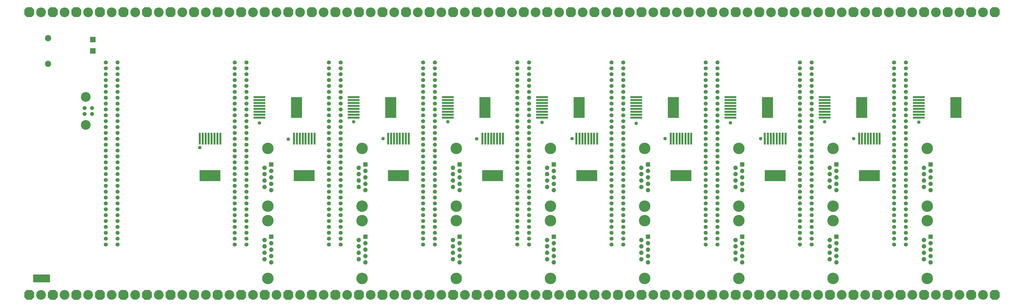
<source format=gbr>
%FSTAX23Y23*%
%MOIN*%
%SFA1B1*%

%IPPOS*%
%AMD34*
4,1,8,-0.041400,-0.082700,0.041400,-0.082700,0.082700,-0.041400,0.082700,0.041400,0.041400,0.082700,-0.041400,0.082700,-0.082700,0.041400,-0.082700,-0.041400,-0.041400,-0.082700,0.0*
%
%ADD30R,0.288188X0.134252*%
%ADD31C,0.074535*%
%ADD32R,0.074535X0.074535*%
%ADD33C,0.195401*%
G04~CAMADD=34~4~0.0~0.0~1654.8~1654.8~0.0~413.7~0~0.0~0.0~0.0~0.0~0~0.0~0.0~0.0~0.0~0~0.0~0.0~0.0~180.0~1654.0~1654.0*
%ADD34D34*%
%ADD35C,0.068000*%
%ADD36C,0.165480*%
%ADD37C,0.165480*%
%ADD38C,0.106425*%
%ADD39C,0.058000*%
%ADD43R,0.204850X0.037921*%
%ADD44R,0.185165X0.354456*%
%ADD45R,0.037921X0.204850*%
%ADD46R,0.354456X0.185165*%
%ADD47R,0.096976X0.093039*%
%LNbackplane_soldermask_bot-1*%
%LPD*%
G54D30*
X0214Y02507D03*
G54D31*
X07639Y04011D03*
X07528Y04066D03*
X07639Y0412D03*
X07528Y04175D03*
X07639Y0423D03*
X07528Y04284D03*
X07639Y04339D03*
X07528Y04393D03*
X09239Y04011D03*
X09128Y04066D03*
X09239Y0412D03*
X09128Y04175D03*
X09239Y0423D03*
X09128Y04284D03*
X09239Y04339D03*
X09128Y04393D03*
X10839Y04011D03*
X10728Y04066D03*
X10839Y0412D03*
X10728Y04175D03*
X10839Y0423D03*
X10728Y04284D03*
X10839Y04339D03*
X10728Y04393D03*
X12439Y04011D03*
X12328Y04066D03*
X12439Y0412D03*
X12328Y04175D03*
X12439Y0423D03*
X12328Y04284D03*
X12439Y04339D03*
X12328Y04393D03*
X14039Y04011D03*
X13928Y04066D03*
X14039Y0412D03*
X13928Y04175D03*
X14039Y0423D03*
X13928Y04284D03*
X14039Y04339D03*
X13928Y04393D03*
X15639Y04011D03*
X15528Y04066D03*
X15639Y0412D03*
X15528Y04175D03*
X15639Y0423D03*
X15528Y04284D03*
X15639Y04339D03*
X15528Y04393D03*
X17239Y04011D03*
X17128Y04066D03*
X17239Y0412D03*
X17128Y04175D03*
X17239Y0423D03*
X17128Y04284D03*
X17239Y04339D03*
X17128Y04393D03*
X17239Y02781D03*
X17128Y02836D03*
X17239Y0289D03*
X17128Y02945D03*
X17239Y03D03*
X17128Y03054D03*
X17239Y03109D03*
X17128Y03163D03*
X15639Y02781D03*
X15528Y02836D03*
X15639Y0289D03*
X15528Y02945D03*
X15639Y03D03*
X15528Y03054D03*
X15639Y03109D03*
X15528Y03163D03*
X14039Y02781D03*
X13928Y02836D03*
X14039Y0289D03*
X13928Y02945D03*
X14039Y03D03*
X13928Y03054D03*
X14039Y03109D03*
X13928Y03163D03*
X12439Y02781D03*
X12328Y02836D03*
X12439Y0289D03*
X12328Y02945D03*
X12439Y03D03*
X12328Y03054D03*
X12439Y03109D03*
X12328Y03163D03*
X10839Y02781D03*
X10728Y02836D03*
X10839Y0289D03*
X10728Y02945D03*
X10839Y03D03*
X10728Y03054D03*
X10839Y03109D03*
X10728Y03163D03*
X09239Y02781D03*
X09128Y02836D03*
X09239Y0289D03*
X09128Y02945D03*
X09239Y03D03*
X09128Y03054D03*
X09239Y03109D03*
X09128Y03163D03*
X07639Y02781D03*
X07528Y02836D03*
X07639Y0289D03*
X07528Y02945D03*
X07639Y03D03*
X07528Y03054D03*
X07639Y03109D03*
X07528Y03163D03*
X06039Y04011D03*
X05928Y04066D03*
X06039Y0412D03*
X05928Y04175D03*
X06039Y0423D03*
X05928Y04284D03*
X06039Y04339D03*
X05928Y04393D03*
X06039Y02781D03*
X05928Y02836D03*
X06039Y0289D03*
X05928Y02945D03*
X06039Y03D03*
X05928Y03054D03*
X06039Y03109D03*
X05928Y03163D03*
G54D32*
X07639Y04448D03*
X09239D03*
X10839D03*
X12439D03*
X14039D03*
X15639D03*
X17239D03*
Y03218D03*
X15639D03*
X14039D03*
X12439D03*
X10839D03*
X09239D03*
X07639D03*
X06039Y04448D03*
Y03218D03*
G54D33*
X07584Y04721D03*
Y03738D03*
X09184Y04721D03*
Y03738D03*
X10784Y04721D03*
Y03738D03*
X12384Y04721D03*
Y03738D03*
X13984Y04721D03*
Y03738D03*
X15584Y04721D03*
Y03738D03*
X17184Y04721D03*
Y03738D03*
Y03491D03*
Y02508D03*
X15584Y03491D03*
Y02508D03*
X13984Y03491D03*
Y02508D03*
X12384Y03491D03*
Y02508D03*
X10784Y03491D03*
Y02508D03*
X09184Y03491D03*
Y02508D03*
X07584Y03491D03*
Y02508D03*
X05984Y04721D03*
Y03738D03*
Y03491D03*
Y02508D03*
G54D34*
X0193Y07041D03*
X0233D03*
X0273D03*
X0313D03*
X0353D03*
X0393D03*
X0433D03*
X0473D03*
X0513D03*
X0553D03*
X05929D03*
X0633D03*
X0673D03*
X0713D03*
X07529D03*
X0793D03*
X0833D03*
X0873D03*
X09129D03*
X0953D03*
X0993D03*
X10329D03*
X10729D03*
X1113D03*
X1153D03*
X1193D03*
X1233D03*
X1273D03*
X1313D03*
X13529D03*
X13929D03*
X14329D03*
X1473D03*
X1513D03*
X1553D03*
X1593D03*
X1633D03*
X16729D03*
X17129D03*
X17529D03*
X1793D03*
X1833D03*
X0193Y02229D03*
X0233D03*
X0273D03*
X0313D03*
X0353D03*
X0393D03*
X0433D03*
X0473D03*
X0513D03*
X0553D03*
X05929D03*
X0633D03*
X0673D03*
X0713D03*
X07529D03*
X0793D03*
X0833D03*
X0873D03*
X09129D03*
X0953D03*
X0993D03*
X10329D03*
X10729D03*
X1113D03*
X1153D03*
X1193D03*
X1233D03*
X1273D03*
X1313D03*
X13529D03*
X13929D03*
X14329D03*
X1473D03*
X1513D03*
X1553D03*
X1593D03*
X1633D03*
X16729D03*
X17129D03*
X17529D03*
X1793D03*
X1833D03*
G54D35*
X0542Y03085D03*
Y03185D03*
Y03285D03*
Y03385D03*
Y03485D03*
Y03585D03*
Y03685D03*
Y03785D03*
Y03885D03*
Y03985D03*
Y04085D03*
Y04185D03*
Y04285D03*
Y04385D03*
Y04485D03*
Y04585D03*
Y04685D03*
Y04785D03*
Y04885D03*
Y04985D03*
Y05085D03*
Y05185D03*
Y05285D03*
Y05385D03*
Y05485D03*
Y05584D03*
Y05685D03*
Y05785D03*
Y05885D03*
Y05985D03*
Y06085D03*
Y06185D03*
X0562Y03085D03*
Y03185D03*
Y03285D03*
Y03385D03*
Y03485D03*
Y03585D03*
Y03685D03*
Y03785D03*
Y03885D03*
Y03985D03*
Y04085D03*
Y04185D03*
Y04285D03*
Y04385D03*
Y04485D03*
Y04585D03*
Y04685D03*
Y04785D03*
Y04885D03*
Y04985D03*
Y05085D03*
Y05185D03*
Y05285D03*
Y05385D03*
Y05485D03*
Y05584D03*
Y05685D03*
Y05785D03*
Y05885D03*
Y05985D03*
Y06085D03*
Y06185D03*
X0323Y03085D03*
Y03185D03*
Y03285D03*
Y03385D03*
Y03485D03*
Y03585D03*
Y03685D03*
Y03785D03*
Y03885D03*
Y03985D03*
Y04085D03*
Y04185D03*
Y04285D03*
Y04385D03*
Y04485D03*
Y04585D03*
Y04685D03*
Y04785D03*
Y04885D03*
Y04985D03*
Y05085D03*
Y05185D03*
Y05285D03*
Y05385D03*
Y05485D03*
Y05584D03*
Y05685D03*
Y05785D03*
Y05885D03*
Y05985D03*
Y06085D03*
Y06185D03*
X0343Y03085D03*
Y03185D03*
Y03285D03*
Y03385D03*
Y03485D03*
Y03585D03*
Y03685D03*
Y03785D03*
Y03885D03*
Y03985D03*
Y04085D03*
Y04185D03*
Y04285D03*
Y04385D03*
Y04485D03*
Y04585D03*
Y04685D03*
Y04785D03*
Y04885D03*
Y04985D03*
Y05085D03*
Y05185D03*
Y05285D03*
Y05385D03*
Y05485D03*
Y05584D03*
Y05685D03*
Y05785D03*
Y05885D03*
Y05985D03*
Y06085D03*
Y06185D03*
X0702Y03085D03*
Y03185D03*
Y03285D03*
Y03385D03*
Y03485D03*
Y03585D03*
Y03685D03*
Y03785D03*
Y03885D03*
Y03985D03*
Y04085D03*
Y04185D03*
Y04285D03*
Y04385D03*
Y04485D03*
Y04585D03*
Y04685D03*
Y04785D03*
Y04885D03*
Y04985D03*
Y05085D03*
Y05185D03*
Y05285D03*
Y05385D03*
Y05485D03*
Y05584D03*
Y05685D03*
Y05785D03*
Y05885D03*
Y05985D03*
Y06085D03*
Y06185D03*
X0722Y03085D03*
Y03185D03*
Y03285D03*
Y03385D03*
Y03485D03*
Y03585D03*
Y03685D03*
Y03785D03*
Y03885D03*
Y03985D03*
Y04085D03*
Y04185D03*
Y04285D03*
Y04385D03*
Y04485D03*
Y04585D03*
Y04685D03*
Y04785D03*
Y04885D03*
Y04985D03*
Y05085D03*
Y05185D03*
Y05285D03*
Y05385D03*
Y05485D03*
Y05584D03*
Y05685D03*
Y05785D03*
Y05885D03*
Y05985D03*
Y06085D03*
Y06185D03*
X0862Y03085D03*
Y03185D03*
Y03285D03*
Y03385D03*
Y03485D03*
Y03585D03*
Y03685D03*
Y03785D03*
Y03885D03*
Y03985D03*
Y04085D03*
Y04185D03*
Y04285D03*
Y04385D03*
Y04485D03*
Y04585D03*
Y04685D03*
Y04785D03*
Y04885D03*
Y04985D03*
Y05085D03*
Y05185D03*
Y05285D03*
Y05385D03*
Y05485D03*
Y05584D03*
Y05685D03*
Y05785D03*
Y05885D03*
Y05985D03*
Y06085D03*
Y06185D03*
X0882Y03085D03*
Y03185D03*
Y03285D03*
Y03385D03*
Y03485D03*
Y03585D03*
Y03685D03*
Y03785D03*
Y03885D03*
Y03985D03*
Y04085D03*
Y04185D03*
Y04285D03*
Y04385D03*
Y04485D03*
Y04585D03*
Y04685D03*
Y04785D03*
Y04885D03*
Y04985D03*
Y05085D03*
Y05185D03*
Y05285D03*
Y05385D03*
Y05485D03*
Y05584D03*
Y05685D03*
Y05785D03*
Y05885D03*
Y05985D03*
Y06085D03*
Y06185D03*
X1022Y03085D03*
Y03185D03*
Y03285D03*
Y03385D03*
Y03485D03*
Y03585D03*
Y03685D03*
Y03785D03*
Y03885D03*
Y03985D03*
Y04085D03*
Y04185D03*
Y04285D03*
Y04385D03*
Y04485D03*
Y04585D03*
Y04685D03*
Y04785D03*
Y04885D03*
Y04985D03*
Y05085D03*
Y05185D03*
Y05285D03*
Y05385D03*
Y05485D03*
Y05584D03*
Y05685D03*
Y05785D03*
Y05885D03*
Y05985D03*
Y06085D03*
Y06185D03*
X1042Y03085D03*
Y03185D03*
Y03285D03*
Y03385D03*
Y03485D03*
Y03585D03*
Y03685D03*
Y03785D03*
Y03885D03*
Y03985D03*
Y04085D03*
Y04185D03*
Y04285D03*
Y04385D03*
Y04485D03*
Y04585D03*
Y04685D03*
Y04785D03*
Y04885D03*
Y04985D03*
Y05085D03*
Y05185D03*
Y05285D03*
Y05385D03*
Y05485D03*
Y05584D03*
Y05685D03*
Y05785D03*
Y05885D03*
Y05985D03*
Y06085D03*
Y06185D03*
X1182Y03085D03*
Y03185D03*
Y03285D03*
Y03385D03*
Y03485D03*
Y03585D03*
Y03685D03*
Y03785D03*
Y03885D03*
Y03985D03*
Y04085D03*
Y04185D03*
Y04285D03*
Y04385D03*
Y04485D03*
Y04585D03*
Y04685D03*
Y04785D03*
Y04885D03*
Y04985D03*
Y05085D03*
Y05185D03*
Y05285D03*
Y05385D03*
Y05485D03*
Y05584D03*
Y05685D03*
Y05785D03*
Y05885D03*
Y05985D03*
Y06085D03*
Y06185D03*
X1202Y03085D03*
Y03185D03*
Y03285D03*
Y03385D03*
Y03485D03*
Y03585D03*
Y03685D03*
Y03785D03*
Y03885D03*
Y03985D03*
Y04085D03*
Y04185D03*
Y04285D03*
Y04385D03*
Y04485D03*
Y04585D03*
Y04685D03*
Y04785D03*
Y04885D03*
Y04985D03*
Y05085D03*
Y05185D03*
Y05285D03*
Y05385D03*
Y05485D03*
Y05584D03*
Y05685D03*
Y05785D03*
Y05885D03*
Y05985D03*
Y06085D03*
Y06185D03*
X1342Y03085D03*
Y03185D03*
Y03285D03*
Y03385D03*
Y03485D03*
Y03585D03*
Y03685D03*
Y03785D03*
Y03885D03*
Y03985D03*
Y04085D03*
Y04185D03*
Y04285D03*
Y04385D03*
Y04485D03*
Y04585D03*
Y04685D03*
Y04785D03*
Y04885D03*
Y04985D03*
Y05085D03*
Y05185D03*
Y05285D03*
Y05385D03*
Y05485D03*
Y05584D03*
Y05685D03*
Y05785D03*
Y05885D03*
Y05985D03*
Y06085D03*
Y06185D03*
X1362Y03085D03*
Y03185D03*
Y03285D03*
Y03385D03*
Y03485D03*
Y03585D03*
Y03685D03*
Y03785D03*
Y03885D03*
Y03985D03*
Y04085D03*
Y04185D03*
Y04285D03*
Y04385D03*
Y04485D03*
Y04585D03*
Y04685D03*
Y04785D03*
Y04885D03*
Y04985D03*
Y05085D03*
Y05185D03*
Y05285D03*
Y05385D03*
Y05485D03*
Y05584D03*
Y05685D03*
Y05785D03*
Y05885D03*
Y05985D03*
Y06085D03*
Y06185D03*
X1502Y03085D03*
Y03185D03*
Y03285D03*
Y03385D03*
Y03485D03*
Y03585D03*
Y03685D03*
Y03785D03*
Y03885D03*
Y03985D03*
Y04085D03*
Y04185D03*
Y04285D03*
Y04385D03*
Y04485D03*
Y04585D03*
Y04685D03*
Y04785D03*
Y04885D03*
Y04985D03*
Y05085D03*
Y05185D03*
Y05285D03*
Y05385D03*
Y05485D03*
Y05584D03*
Y05685D03*
Y05785D03*
Y05885D03*
Y05985D03*
Y06085D03*
Y06185D03*
X1522Y03085D03*
Y03185D03*
Y03285D03*
Y03385D03*
Y03485D03*
Y03585D03*
Y03685D03*
Y03785D03*
Y03885D03*
Y03985D03*
Y04085D03*
Y04185D03*
Y04285D03*
Y04385D03*
Y04485D03*
Y04585D03*
Y04685D03*
Y04785D03*
Y04885D03*
Y04985D03*
Y05085D03*
Y05185D03*
Y05285D03*
Y05385D03*
Y05485D03*
Y05584D03*
Y05685D03*
Y05785D03*
Y05885D03*
Y05985D03*
Y06085D03*
Y06185D03*
X1662Y03085D03*
Y03185D03*
Y03285D03*
Y03385D03*
Y03485D03*
Y03585D03*
Y03685D03*
Y03785D03*
Y03885D03*
Y03985D03*
Y04085D03*
Y04185D03*
Y04285D03*
Y04385D03*
Y04485D03*
Y04585D03*
Y04685D03*
Y04785D03*
Y04885D03*
Y04985D03*
Y05085D03*
Y05185D03*
Y05285D03*
Y05385D03*
Y05485D03*
Y05584D03*
Y05685D03*
Y05785D03*
Y05885D03*
Y05985D03*
Y06085D03*
Y06185D03*
X1682Y03085D03*
Y03185D03*
Y03285D03*
Y03385D03*
Y03485D03*
Y03585D03*
Y03685D03*
Y03785D03*
Y03885D03*
Y03985D03*
Y04085D03*
Y04185D03*
Y04285D03*
Y04385D03*
Y04485D03*
Y04585D03*
Y04685D03*
Y04785D03*
Y04885D03*
Y04985D03*
Y05085D03*
Y05185D03*
Y05285D03*
Y05385D03*
Y05485D03*
Y05584D03*
Y05685D03*
Y05785D03*
Y05885D03*
Y05985D03*
Y06085D03*
Y06185D03*
X02996Y0531D03*
Y05409D03*
X0287D03*
Y0531D03*
G54D36*
X02889Y05122D03*
Y05597D03*
G54D37*
X0213Y07039D03*
X0253D03*
X0293D03*
X0333D03*
X0373D03*
X0413D03*
X0453D03*
X0493D03*
X0533D03*
X0573D03*
X0613D03*
X0653D03*
X0693D03*
X0733D03*
X0773D03*
X0813D03*
X0853D03*
X0893D03*
X09329D03*
X0973D03*
X1013D03*
X1053D03*
X1093D03*
X1133D03*
X11729D03*
X12129D03*
X12529D03*
X1293D03*
X1333D03*
X1373D03*
X1413D03*
X1453D03*
X14929D03*
X15329D03*
X15729D03*
X1613D03*
X1653D03*
X1693D03*
X1733D03*
X1773D03*
X1813D03*
X0213Y0223D03*
X0253D03*
X0293D03*
X0333D03*
X0373D03*
X0413D03*
X0453D03*
X0493D03*
X0533D03*
X0573D03*
X0613D03*
X0653D03*
X0693D03*
X0733D03*
X0773D03*
X0813D03*
X0853D03*
X0893D03*
X09329D03*
X0973D03*
X1013D03*
X1053D03*
X1093D03*
X1133D03*
X11729D03*
X12129D03*
X12529D03*
X1293D03*
X1333D03*
X1373D03*
X1413D03*
X1453D03*
X14929D03*
X15329D03*
X15729D03*
X1613D03*
X1653D03*
X1693D03*
X1733D03*
X1773D03*
X1813D03*
G54D38*
X0225Y06598D03*
Y06161D03*
G54D39*
X04825Y04735D03*
X0584Y05154D03*
X0633Y0488D03*
X0744Y05174D03*
X07939Y0489D03*
X0953Y04885D03*
X0904Y05174D03*
X1064Y05164D03*
X11149Y0489D03*
X1224Y0515D03*
X1273Y0489D03*
X15934D03*
X14354D03*
X1384Y0516D03*
X15439Y05174D03*
X1704Y05169D03*
G54D43*
X0584Y05245D03*
Y05295D03*
Y05345D03*
Y05395D03*
Y05444D03*
Y05495D03*
Y05545D03*
Y05595D03*
X0744Y05245D03*
Y05295D03*
Y05345D03*
Y05395D03*
Y05444D03*
Y05495D03*
Y05545D03*
Y05595D03*
X0904Y05245D03*
Y05295D03*
Y05345D03*
Y05395D03*
Y05444D03*
Y05495D03*
Y05545D03*
Y05595D03*
X1064Y05245D03*
Y05295D03*
Y05345D03*
Y05395D03*
Y05444D03*
Y05495D03*
Y05545D03*
Y05595D03*
X1224Y05245D03*
Y05295D03*
Y05345D03*
Y05395D03*
Y05444D03*
Y05495D03*
Y05545D03*
Y05595D03*
X1384Y05245D03*
Y05295D03*
Y05345D03*
Y05395D03*
Y05444D03*
Y05495D03*
Y05545D03*
Y05595D03*
X15439Y05245D03*
Y05295D03*
Y05345D03*
Y05395D03*
Y05444D03*
Y05495D03*
Y05545D03*
Y05595D03*
X1704Y05245D03*
Y05295D03*
Y05345D03*
Y05395D03*
Y05444D03*
Y05495D03*
Y05545D03*
Y05595D03*
G54D44*
X06471Y0542D03*
X08071D03*
X09671D03*
X11271D03*
X12871D03*
X14471D03*
X16071D03*
X17671D03*
G54D45*
X04825Y0489D03*
X04875D03*
X04925D03*
X04975D03*
X05025D03*
X05075D03*
X05125D03*
X05175D03*
X06425D03*
X06475D03*
X06525D03*
X06575D03*
X06624D03*
X06675D03*
X06725D03*
X06775D03*
X08025D03*
X08075D03*
X08125D03*
X08175D03*
X08224D03*
X08275D03*
X08325D03*
X08375D03*
X09625D03*
X09675D03*
X09725D03*
X09775D03*
X09824D03*
X09875D03*
X09925D03*
X09975D03*
X11224D03*
X11275D03*
X11325D03*
X11374D03*
X11425D03*
X11475D03*
X11524D03*
X11575D03*
X12825D03*
X12874D03*
X12925D03*
X12975D03*
X13024D03*
X13075D03*
X13125D03*
X13174D03*
X14424D03*
X14475D03*
X14525D03*
X14574D03*
X14625D03*
X14675D03*
X14725D03*
X14775D03*
X16025D03*
X16074D03*
X16125D03*
X16175D03*
X16224D03*
X16275D03*
X16325D03*
X16374D03*
G54D46*
X05Y04258D03*
X066D03*
X082D03*
X098D03*
X114D03*
X13D03*
X146D03*
X162D03*
G54D47*
X0301Y06383D03*
Y06576D03*
M02*
</source>
